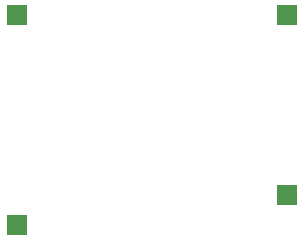
<source format=gbs>
%TF.GenerationSoftware,KiCad,Pcbnew,8.0.7*%
%TF.CreationDate,2024-12-30T16:44:34+01:00*%
%TF.ProjectId,arnie48,61726e69-6534-4382-9e6b-696361645f70,rev?*%
%TF.SameCoordinates,Original*%
%TF.FileFunction,Soldermask,Bot*%
%TF.FilePolarity,Negative*%
%FSLAX46Y46*%
G04 Gerber Fmt 4.6, Leading zero omitted, Abs format (unit mm)*
G04 Created by KiCad (PCBNEW 8.0.7) date 2024-12-30 16:44:34*
%MOMM*%
%LPD*%
G01*
G04 APERTURE LIST*
%ADD10R,1.700000X1.700000*%
G04 APERTURE END LIST*
D10*
%TO.C,J3*%
X98930000Y-106110000D03*
%TD*%
%TO.C,J4*%
X76070000Y-123890000D03*
%TD*%
%TO.C,J1*%
X76070000Y-106110000D03*
%TD*%
%TO.C,J2*%
X98930000Y-121350000D03*
%TD*%
M02*

</source>
